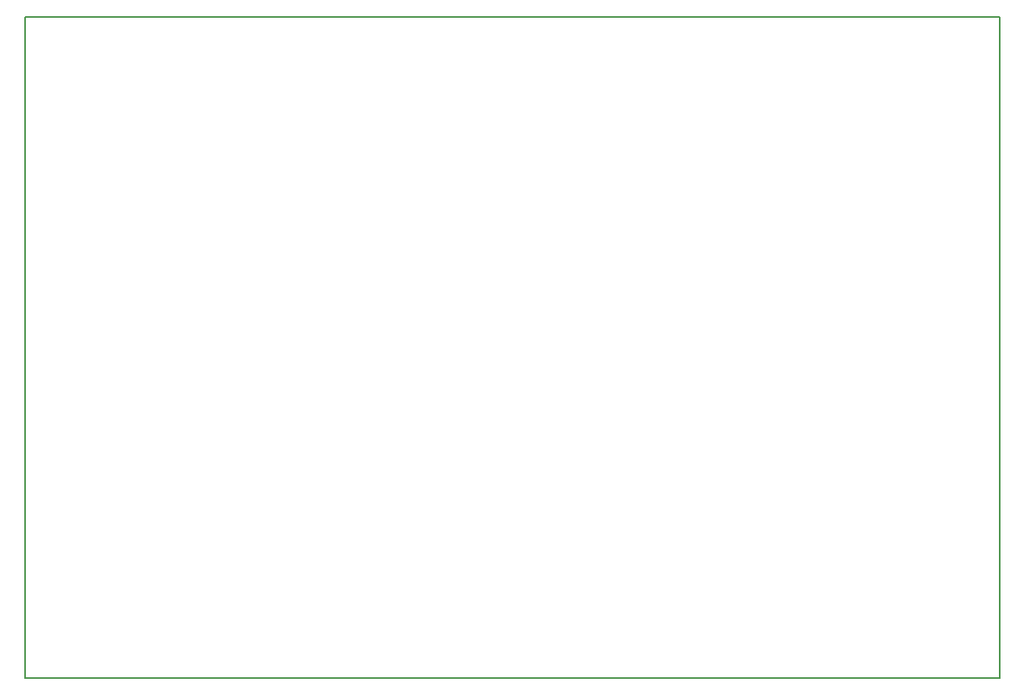
<source format=gm1>
G04 #@! TF.GenerationSoftware,KiCad,Pcbnew,(5.0.0)*
G04 #@! TF.CreationDate,2018-07-30T10:59:50+01:00*
G04 #@! TF.ProjectId,Mixer,4D697865722E6B696361645F70636200,rev?*
G04 #@! TF.SameCoordinates,Original*
G04 #@! TF.FileFunction,Profile,NP*
%FSLAX46Y46*%
G04 Gerber Fmt 4.6, Leading zero omitted, Abs format (unit mm)*
G04 Created by KiCad (PCBNEW (5.0.0)) date 07/30/18 10:59:50*
%MOMM*%
%LPD*%
G01*
G04 APERTURE LIST*
%ADD10C,0.150000*%
G04 APERTURE END LIST*
D10*
X46355000Y-88900000D02*
X46355000Y-19685000D01*
X148336000Y-88900000D02*
X46355000Y-88900000D01*
X148336000Y-19685000D02*
X148336000Y-88900000D01*
X46355000Y-19685000D02*
X148336000Y-19685000D01*
M02*

</source>
